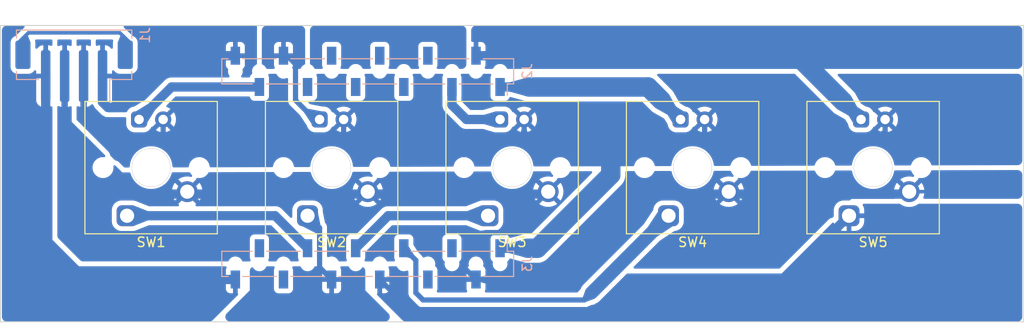
<source format=kicad_pcb>
(kicad_pcb (version 20221018) (generator pcbnew)
  (title_block (title "SAL Keyboard") (date "2023-10-07") (rev "A"))
  (layers (0 "F.Cu" signal) (31 "B.Cu" signal) (34 "B.Paste" user) (35 "F.Paste" user) (36 "B.SilkS" user "B.Silkscreen") (37 "F.SilkS" user "F.Silkscreen") (38 "B.Mask" user) (39 "F.Mask" user) (44 "Edge.Cuts" user))
  (net 0 "")
  (net 1 "VCC")
  (net 2 "GND")
  (net 3 "unconnected-(J1-MountPin-PadMP)")
  (net 4 "/RST")
  (net 6 "/F4")
  (net 7 "/F5")
  (net 8 "/F6")
  (net 9 "/F7")
  (net 10 "/B1")
  (net 11 "/B3")
  (net 12 "/B2")
  (net 13 "/B6")
  (net 14 "/LED1")
  (net 15 "/LED6")
  (net 16 "/LED5")
  (net 17 "/LED4")
  (net 23 "/LED3")
  (net 24 "/LED2")
  (footprint "Button_Switch_Keyboard:SW_Cherry_MX_1.00u_PCB_LED" (layer "F.Cu") (at 128.27 140.97 180)
    (fp_text reference "SW5" (at -2.54 -2.794) (layer "F.SilkS"))
    (fp_text value "SW_Push_LED")
    (fp_line (start -9.525 -1.905) (end 4.445 -1.905) (stroke (width 0.12)) (layer "F.SilkS"))
    (fp_line (start -9.525 12.065) (end -9.525 -1.905) (stroke (width 0.12)) (layer "F.SilkS"))
    (fp_line (start 4.445 -1.905) (end 4.445 12.065) (stroke (width 0.12)) (layer "F.SilkS"))
    (fp_line (start 4.445 12.065) (end -9.525 12.065) (stroke (width 0.12)) (layer "F.SilkS"))
    (pad "" np_thru_hole circle (at -7.62 5.08 180) (size 1.7 1.7) (drill 1.7) (layers "*.Cu" "*.Mask"))
    (pad "" np_thru_hole circle (at -2.54 5.08 180) (size 4 4) (drill 4) (layers "*.Cu" "*.Mask"))
    (pad "" np_thru_hole circle (at 2.54 5.08 180) (size 1.7 1.7) (drill 1.7) (layers "*.Cu" "*.Mask"))
    (pad "1" thru_hole roundrect (at 0 0 180) (size 2.2 2.2) (drill 1.5) (layers "*.Cu" "*.Mask") (net 7 "/F5"))
    (pad "2" thru_hole circle (at -6.35 2.54 180) (size 2.2 2.2) (drill 1.5) (layers "*.Cu" "*.Mask") (net 2 "GND"))
    (pad "3" thru_hole roundrect (at -1.27 10.16 180) (size 1.7 1.7) (drill 1) (layers "*.Cu" "*.Mask") (net 15 "/LED6"))
    (pad "4" thru_hole circle (at -3.81 10.16 180) (size 1.7 1.7) (drill 1) (layers "*.Cu" "*.Mask") (net 1 "VCC"))
  )
  (footprint "Button_Switch_Keyboard:SW_Cherry_MX_1.00u_PCB_LED" (layer "F.Cu") (at 90.17 140.97 180)
    (fp_text reference "SW3" (at -2.54 -2.794) (layer "F.SilkS"))
    (fp_text value "SW_Push_LED")
    (fp_line (start -9.525 -1.905) (end 4.445 -1.905) (stroke (width 0.12)) (layer "F.SilkS"))
    (fp_line (start -9.525 12.065) (end -9.525 -1.905) (stroke (width 0.12)) (layer "F.SilkS"))
    (fp_line (start 4.445 -1.905) (end 4.445 12.065) (stroke (width 0.12)) (layer "F.SilkS"))
    (fp_line (start 4.445 12.065) (end -9.525 12.065) (stroke (width 0.12)) (layer "F.SilkS"))
    (pad "" np_thru_hole circle (at -7.62 5.08 180) (size 1.7 1.7) (drill 1.7) (layers "*.Cu" "*.Mask"))
    (pad "" np_thru_hole circle (at -2.54 5.08 180) (size 4 4) (drill 4) (layers "*.Cu" "*.Mask"))
    (pad "" np_thru_hole circle (at 2.54 5.08 180) (size 1.7 1.7) (drill 1.7) (layers "*.Cu" "*.Mask"))
    (pad "1" thru_hole roundrect (at 0 0 180) (size 2.2 2.2) (drill 1.5) (layers "*.Cu" "*.Mask") (net 8 "/F6"))
    (pad "2" thru_hole circle (at -6.35 2.54 180) (size 2.2 2.2) (drill 1.5) (layers "*.Cu" "*.Mask") (net 2 "GND"))
    (pad "3" thru_hole roundrect (at -1.27 10.16 180) (size 1.7 1.7) (drill 1) (layers "*.Cu" "*.Mask") (net 17 "/LED4"))
    (pad "4" thru_hole circle (at -3.81 10.16 180) (size 1.7 1.7) (drill 1) (layers "*.Cu" "*.Mask") (net 1 "VCC"))
  )
  (footprint "Button_Switch_Keyboard:SW_Cherry_MX_1.00u_PCB_LED" (layer "F.Cu") (at 109.22 140.97 180)
    (fp_text reference "SW4" (at -2.54 -2.794) (layer "F.SilkS"))
    (fp_text value "SW_Push_LED")
    (fp_line (start -9.525 -1.905) (end 4.445 -1.905) (stroke (width 0.12)) (layer "F.SilkS"))
    (fp_line (start -9.525 12.065) (end -9.525 -1.905) (stroke (width 0.12)) (layer "F.SilkS"))
    (fp_line (start 4.445 -1.905) (end 4.445 12.065) (stroke (width 0.12)) (layer "F.SilkS"))
    (fp_line (start 4.445 12.065) (end -9.525 12.065) (stroke (width 0.12)) (layer "F.SilkS"))
    (pad "" np_thru_hole circle (at -7.62 5.08 180) (size 1.7 1.7) (drill 1.7) (layers "*.Cu" "*.Mask"))
    (pad "" np_thru_hole circle (at -2.54 5.08 180) (size 4 4) (drill 4) (layers "*.Cu" "*.Mask"))
    (pad "" np_thru_hole circle (at 2.54 5.08 180) (size 1.7 1.7) (drill 1.7) (layers "*.Cu" "*.Mask"))
    (pad "1" thru_hole roundrect (at 0 0 180) (size 2.2 2.2) (drill 1.5) (layers "*.Cu" "*.Mask") (net 6 "/F4"))
    (pad "2" thru_hole circle (at -6.35 2.54 180) (size 2.2 2.2) (drill 1.5) (layers "*.Cu" "*.Mask") (net 2 "GND"))
    (pad "3" thru_hole roundrect (at -1.27 10.16 180) (size 1.7 1.7) (drill 1) (layers "*.Cu" "*.Mask") (net 16 "/LED5"))
    (pad "4" thru_hole circle (at -3.81 10.16 180) (size 1.7 1.7) (drill 1) (layers "*.Cu" "*.Mask") (net 1 "VCC"))
  )
  (footprint "Button_Switch_Keyboard:SW_Cherry_MX_1.00u_PCB_LED" (layer "F.Cu") (at 71.12 140.97 180)
    (fp_text reference "SW2" (at -2.54 -2.794) (layer "F.SilkS"))
    (fp_text value "SW_Push_LED")
    (fp_line (start -9.525 -1.905) (end 4.445 -1.905) (stroke (width 0.12)) (layer "F.SilkS"))
    (fp_line (start -9.525 12.065) (end -9.525 -1.905) (stroke (width 0.12)) (layer "F.SilkS"))
    (fp_line (start 4.445 -1.905) (end 4.445 12.065) (stroke (width 0.12)) (layer "F.SilkS"))
    (fp_line (start 4.445 12.065) (end -9.525 12.065) (stroke (width 0.12)) (layer "F.SilkS"))
    (pad "" np_thru_hole circle (at -7.62 5.08 180) (size 1.7 1.7) (drill 1.7) (layers "*.Cu" "*.Mask"))
    (pad "" np_thru_hole circle (at -2.54 5.08 180) (size 4 4) (drill 4) (layers "*.Cu" "*.Mask"))
    (pad "" np_thru_hole circle (at 2.54 5.08 180) (size 1.7 1.7) (drill 1.7) (layers "*.Cu" "*.Mask"))
    (pad "1" thru_hole roundrect (at 0 0 180) (size 2.2 2.2) (drill 1.5) (layers "*.Cu" "*.Mask") (net 9 "/F7"))
    (pad "2" thru_hole circle (at -6.35 2.54 180) (size 2.2 2.2) (drill 1.5) (layers "*.Cu" "*.Mask") (net 2 "GND"))
    (pad "3" thru_hole roundrect (at -1.27 10.16 180) (size 1.7 1.7) (drill 1) (layers "*.Cu" "*.Mask") (net 23 "/LED3"))
    (pad "4" thru_hole circle (at -3.81 10.16 180) (size 1.7 1.7) (drill 1) (layers "*.Cu" "*.Mask") (net 1 "VCC"))
  )
  (footprint "Button_Switch_Keyboard:SW_Cherry_MX_1.00u_PCB_LED" (layer "F.Cu") (at 52.07 140.97 180)
    (fp_text reference "SW1" (at -2.54 -2.794) (layer "F.SilkS"))
    (fp_text value "SW_Push_LED")
    (fp_line (start -9.525 -1.905) (end 4.445 -1.905) (stroke (width 0.12)) (layer "F.SilkS"))
    (fp_line (start -9.525 12.065) (end -9.525 -1.905) (stroke (width 0.12)) (layer "F.SilkS"))
    (fp_line (start 4.445 -1.905) (end 4.445 12.065) (stroke (width 0.12)) (layer "F.SilkS"))
    (fp_line (start 4.445 12.065) (end -9.525 12.065) (stroke (width 0.12)) (layer "F.SilkS"))
    (pad "" np_thru_hole circle (at -7.62 5.08 180) (size 1.7 1.7) (drill 1.7) (layers "*.Cu" "*.Mask"))
    (pad "" np_thru_hole circle (at -2.54 5.08 180) (size 4 4) (drill 4) (layers "*.Cu" "*.Mask"))
    (pad "" np_thru_hole circle (at 2.54 5.08 180) (size 1.7 1.7) (drill 1.7) (layers "*.Cu" "*.Mask"))
    (pad "1" thru_hole roundrect (at 0 0 180) (size 2.2 2.2) (drill 1.5) (layers "*.Cu" "*.Mask") (net 10 "/B1"))
    (pad "2" thru_hole circle (at -6.35 2.54 180) (size 2.2 2.2) (drill 1.5) (layers "*.Cu" "*.Mask") (net 2 "GND"))
    (pad "3" thru_hole roundrect (at -1.27 10.16 180) (size 1.7 1.7) (drill 1) (layers "*.Cu" "*.Mask") (net 24 "/LED2"))
    (pad "4" thru_hole circle (at -3.81 10.16 180) (size 1.7 1.7) (drill 1) (layers "*.Cu" "*.Mask") (net 1 "VCC"))
  )
  (footprint "Connector_JST:JST_PH_B4B-PH-SM4-TB_1x04-1MP_P2.00mm_Vertical" (layer "B.Cu") (at 46.482 125.73 180)
    (fp_text reference "J1" (at -7.493 3.81 90) (layer "B.SilkS") (effects (justify mirror)))
    (fp_text value "Conn_01x04_Pin")
    (fp_line (start -6.085 -0.86) (end -3.76 -0.86) (stroke (width 0.12)) (layer "B.SilkS"))
    (fp_line (start -6.085 -0.01) (end -6.085 -0.86) (stroke (width 0.12)) (layer "B.SilkS"))
    (fp_line (start -6.085 3.51) (end -6.085 4.36) (stroke (width 0.12)) (layer "B.SilkS"))
    (fp_line (start -6.085 4.36) (end 6.085 4.36) (stroke (width 0.12)) (layer "B.SilkS"))
    (fp_line (start -3.76 -0.86) (end -3.76 -3.25) (stroke (width 0.12)) (layer "B.SilkS"))
    (fp_line (start 6.085 -0.86) (end 3.76 -0.86) (stroke (width 0.12)) (layer "B.SilkS"))
    (fp_line (start 6.085 -0.01) (end 6.085 -0.86) (stroke (width 0.12)) (layer "B.SilkS"))
    (fp_line (start 6.085 4.36) (end 6.085 3.51) (stroke (width 0.12)) (layer "B.SilkS"))
    (pad "1" smd roundrect (at -3 -0.5 180) (size 1 5.5) (layers "B.Cu" "B.Paste" "B.Mask") (net 14 "/LED1"))
    (pad "2" smd roundrect (at -1 -0.5 180) (size 1 5.5) (layers "B.Cu" "B.Paste" "B.Mask") (net 1 "VCC"))
    (pad "3" smd roundrect (at 1 -0.5 180) (size 1 5.5) (layers "B.Cu" "B.Paste" "B.Mask") (net 2 "GND"))
    (pad "4" smd roundrect (at 3 -0.5 180) (size 1 5.5) (layers "B.Cu" "B.Paste" "B.Mask") (net 13 "/B6"))
    (pad "MP" smd roundrect (at -5.4 1.75 180) (size 1.6 3) (layers "B.Cu" "B.Paste" "B.Mask") (roundrect_rratio 0.15625) (net 3 "unconnected-(J1-MountPin-PadMP)"))
    (pad "MP" smd roundrect (at 5.4 1.75 180) (size 1.6 3) (layers "B.Cu" "B.Paste" "B.Mask") (roundrect_rratio 0.15625) (net 3 "unconnected-(J1-MountPin-PadMP)"))
  )
  (footprint "Connector_PinSocket_2.54mm:PinSocket_1x12_P2.54mm_Vertical_SMD_Pin1Right" (layer "B.Cu") (at 77.47 146.05 90)
    (fp_text reference "J3" (at 0 16.84 90) (layer "B.SilkS") (effects (justify mirror)))
    (fp_text value "Conn_01x12_Socket")
    (fp_line (start -1.33 -15.4) (end 1.33 -15.4) (stroke (width 0.12)) (layer "B.SilkS"))
    (fp_line (start -1.33 -14.73) (end -1.33 -15.4) (stroke (width 0.12)) (layer "B.SilkS"))
    (fp_line (start -1.33 -9.65) (end -1.33 -13.21) (stroke (width 0.12)) (layer "B.SilkS"))
    (fp_line (start -1.33 -4.57) (end -1.33 -8.13) (stroke (width 0.12)) (layer "B.SilkS"))
    (fp_line (start -1.33 0.51) (end -1.33 -3.05) (stroke (width 0.12)) (layer "B.SilkS"))
    (fp_line (start -1.33 5.59) (end -1.33 2.03) (stroke (width 0.12)) (layer "B.SilkS"))
    (fp_line (start -1.33 10.67) (end -1.33 7.11) (stroke (width 0.12)) (layer "B.SilkS"))
    (fp_line (start -1.33 15.4) (end -1.33 12.19) (stroke (width 0.12)) (layer "B.SilkS"))
    (fp_line (start -1.33 15.4) (end 1.33 15.4) (stroke (width 0.12)) (layer "B.SilkS"))
    (fp_line (start 1.33 -12.19) (end 1.33 -15.4) (stroke (width 0.12)) (layer "B.SilkS"))
    (fp_line (start 1.33 -7.11) (end 1.33 -10.67) (stroke (width 0.12)) (layer "B.SilkS"))
    (fp_line (start 1.33 -2.03) (end 1.33 -5.59) (stroke (width 0.12)) (layer "B.SilkS"))
    (fp_line (start 1.33 3.05) (end 1.33 -0.51) (stroke (width 0.12)) (layer "B.SilkS"))
    (fp_line (start 1.33 8.13) (end 1.33 4.57) (stroke (width 0.12)) (layer "B.SilkS"))
    (fp_line (start 1.33 13.21) (end 1.33 9.65) (stroke (width 0.12)) (layer "B.SilkS"))
    (fp_line (start 1.33 14.73) (end 2.54 14.73) (stroke (width 0.12)) (layer "B.SilkS"))
    (fp_line (start 1.33 15.4) (end 1.33 14.73) (stroke (width 0.12)) (layer "B.SilkS"))
    (pad "" np_thru_hole circle (at 0 -13.97 90) (size 1 1) (drill 1.05) (layers "F&B.Cu" "*.Mask"))
    (pad "" np_thru_hole circle (at 0 -11.43 90) (size 1 1) (drill 1.05) (layers "F&B.Cu" "*.Mask"))
    (pad "" np_thru_hole circle (at 0 -8.89 90) (size 1 1) (drill 1.05) (layers "F&B.Cu" "*.Mask"))
    (pad "" np_thru_hole circle (at 0 -6.35 90) (size 1 1) (drill 1.05) (layers "F&B.Cu" "*.Mask"))
    (pad "" np_thru_hole circle (at 0 -3.81 90) (size 1 1) (drill 1.05) (layers "F&B.Cu" "*.Mask"))
    (pad "" np_thru_hole circle (at 0 -1.27 90) (size 1 1) (drill 1.05) (layers "F&B.Cu" "*.Mask"))
    (pad "" np_thru_hole circle (at 0 1.27 90) (size 1 1) (drill 1.05) (layers "F&B.Cu" "*.Mask"))
    (pad "" np_thru_hole circle (at 0 3.81 90) (size 1 1) (drill 1.05) (layers "F&B.Cu" "*.Mask"))
    (pad "" np_thru_hole circle (at 0 6.35 90) (size 1 1) (drill 1.05) (layers "F&B.Cu" "*.Mask"))
    (pad "" np_thru_hole circle (at 0 8.89 90) (size 1 1) (drill 1.05) (layers "F&B.Cu" "*.Mask"))
    (pad "" np_thru_hole circle (at 0 11.43 90) (size 1 1) (drill 1.05) (layers "F&B.Cu" "*.Mask"))
    (pad "" np_thru_hole circle (at 0 13.97 90) (size 1 1) (drill 1.05) (layers "F&B.Cu" "*.Mask"))
    (pad "1" smd rect (at 1.65 13.97 90) (size 1.9 1) (layers "B.Cu" "B.Paste" "B.Mask") (net 1 "VCC"))
    (pad "2" smd rect (at -1.65 11.43 90) (size 1.9 1) (layers "B.Cu" "B.Paste" "B.Mask") (net 2 "GND"))
    (pad "3" smd rect (at 1.65 8.89 90) (size 1.9 1) (layers "B.Cu" "B.Paste" "B.Mask") (net 4 "/RST"))
    (pad "4" smd rect (at -1.65 6.35 90) (size 1.9 1) (layers "B.Cu" "B.Paste" "B.Mask"))
    (pad "5" smd rect (at 1.65 3.81 90) (size 1.9 1) (layers "B.Cu" "B.Paste" "B.Mask") (net 6 "/F4"))
    (pad "6" smd rect (at -1.65 1.27 90) (size 1.9 1) (layers "B.Cu" "B.Paste" "B.Mask") (net 7 "/F5"))
    (pad "7" smd rect (at 1.65 -1.27 90) (size 1.9 1) (layers "B.Cu" "B.Paste" "B.Mask") (net 8 "/F6"))
    (pad "8" smd rect (at -1.65 -3.81 90) (size 1.9 1) (layers "B.Cu" "B.Paste" "B.Mask") (net 9 "/F7"))
    (pad "9" smd rect (at 1.65 -6.35 90) (size 1.9 1) (layers "B.Cu" "B.Paste" "B.Mask") (net 10 "/B1"))
    (pad "10" smd rect (at -1.65 -8.89 90) (size 1.9 1) (layers "B.Cu" "B.Paste" "B.Mask") (net 11 "/B3"))
    (pad "11" smd rect (at 1.65 -11.43 90) (size 1.9 1) (layers "B.Cu" "B.Paste" "B.Mask") (net 12 "/B2"))
    (pad "12" smd rect (at -1.65 -13.97 90) (size 1.9 1) (layers "B.Cu" "B.Paste" "B.Mask") (net 13 "/B6"))
  )
  (footprint "Connector_PinSocket_2.54mm:PinSocket_1x12_P2.54mm_Vertical_SMD_Pin1Left" (layer "B.Cu") (at 77.47 125.73 90)
    (fp_text reference "J2" (at 0 16.84 270) (layer "B.SilkS") (effects (justify mirror)))
    (fp_text value "Conn_01x12_Socket")
    (fp_line (start -2.54 14.73) (end -1.33 14.73) (stroke (width 0.12)) (layer "B.SilkS"))
    (fp_line (start -1.33 -15.4) (end 1.33 -15.4) (stroke (width 0.12)) (layer "B.SilkS"))
    (fp_line (start -1.33 -12.19) (end -1.33 -15.4) (stroke (width 0.12)) (layer "B.SilkS"))
    (fp_line (start -1.33 -7.11) (end -1.33 -10.67) (stroke (width 0.12)) (layer "B.SilkS"))
    (fp_line (start -1.33 -2.03) (end -1.33 -5.59) (stroke (width 0.12)) (layer "B.SilkS"))
    (fp_line (start -1.33 3.05) (end -1.33 -0.51) (stroke (width 0.12)) (layer "B.SilkS"))
    (fp_line (start -1.33 8.13) (end -1.33 4.57) (stroke (width 0.12)) (layer "B.SilkS"))
    (fp_line (start -1.33 13.21) (end -1.33 9.65) (stroke (width 0.12)) (layer "B.SilkS"))
    (fp_line (start -1.33 15.4) (end -1.33 14.73) (stroke (width 0.12)) (layer "B.SilkS"))
    (fp_line (start -1.33 15.4) (end 1.33 15.4) (stroke (width 0.12)) (layer "B.SilkS"))
    (fp_line (start 1.33 -14.73) (end 1.33 -15.4) (stroke (width 0.12)) (layer "B.SilkS"))
    (fp_line (start 1.33 -9.65) (end 1.33 -13.21) (stroke (width 0.12)) (layer "B.SilkS"))
    (fp_line (start 1.33 -4.57) (end 1.33 -8.13) (stroke (width 0.12)) (layer "B.SilkS"))
    (fp_line (start 1.33 0.51) (end 1.33 -3.05) (stroke (width 0.12)) (layer "B.SilkS"))
    (fp_line (start 1.33 5.59) (end 1.33 2.03) (stroke (width 0.12)) (layer "B.SilkS"))
    (fp_line (start 1.33 10.67) (end 1.33 7.11) (stroke (width 0.12)) (layer "B.SilkS"))
    (fp_line (start 1.33 15.4) (end 1.33 12.19) (stroke (width 0.12)) (layer "B.SilkS"))
    (pad "" np_thru_hole circle (at 0 -13.97 90) (size 1 1) (drill 1.05) (layers "F&B.Cu" "*.Mask"))
    (pad "" np_thru_hole circle (at 0 -11.43 90) (size 1 1) (drill 1.05) (layers "F&B.Cu" "*.Mask"))
    (pad "" np_thru_hole circle (at 0 -8.89 90) (size 1 1) (drill 1.05) (layers "F&B.Cu" "*.Mask"))
    (pad "" np_thru_hole circle (at 0 -6.35 90) (size 1 1) (drill 1.05) (layers "F&B.Cu" "*.Mask"))
    (pad "" np_thru_hole circle (at 0 -3.81 90) (size 1 1) (drill 1.05) (layers "F&B.Cu" "*.Mask"))
    (pad "" np_thru_hole circle (at 0 -1.27 90) (size 1 1) (drill 1.05) (layers "F&B.Cu" "*.Mask"))
    (pad "" np_thru_hole circle (at 0 1.27 90) (size 1 1) (drill 1.05) (layers "F&B.Cu" "*.Mask"))
    (pad "" np_thru_hole circle (at 0 3.81 90) (size 1 1) (drill 1.05) (layers "F&B.Cu" "*.Mask"))
    (pad "" np_thru_hole circle (at 0 6.35 90) (size 1 1) (drill 1.05) (layers "F&B.Cu" "*.Mask"))
    (pad "" np_thru_hole circle (at 0 8.89 90) (size 1 1) (drill 1.05) (layers "F&B.Cu" "*.Mask"))
    (pad "" np_thru_hole circle (at 0 11.43 90) (size 1 1) (drill 1.05) (layers "F&B.Cu" "*.Mask"))
    (pad "" np_thru_hole circle (at 0 13.97 90) (size 1 1) (drill 1.05) (layers "F&B.Cu" "*.Mask"))
    (pad "1" smd rect (at -1.65 13.97 90) (size 1.9 1) (layers "B.Cu" "B.Paste" "B.Mask") (net 16 "/LED5"))
    (pad "2" smd rect (at 1.65 11.43 90) (size 1.9 1) (layers "B.Cu" "B.Paste" "B.Mask") (net 15 "/LED6"))
    (pad "3" smd rect (at -1.65 8.89 90) (size 1.9 1) (layers "B.Cu" "B.Paste" "B.Mask") (net 17 "/LED4"))
    (pad "4" smd rect (at 1.65 6.35 90) (size 1.9 1) (layers "B.Cu" "B.Paste" "B.Mask"))
    (pad "5" smd rect (at -1.65 3.81 90) (size 1.9 1) (layers "B.Cu" "B.Paste" "B.Mask"))
    (pad "6" smd rect (at 1.65 1.27 90) (size 1.9 1) (layers "B.Cu" "B.Paste" "B.Mask"))
    (pad "7" smd rect (at -1.65 -1.27 90) (size 1.9 1) (layers "B.Cu" "B.Paste" "B.Mask"))
    (pad "8" smd rect (at 1.65 -3.81 90) (size 1.9 1) (layers "B.Cu" "B.Paste" "B.Mask"))
    (pad "9" smd rect (at -1.65 -6.35 90) (size 1.9 1) (layers "B.Cu" "B.Paste" "B.Mask"))
    (pad "10" smd rect (at 1.65 -8.89 90) (size 1.9 1) (layers "B.Cu" "B.Paste" "B.Mask") (net 23 "/LED3"))
    (pad "11" smd rect (at -1.65 -11.43 90) (size 1.9 1) (layers "B.Cu" "B.Paste" "B.Mask") (net 24 "/LED2"))
    (pad "12" smd rect (at 1.65 -13.97 90) (size 1.9 1) (layers "B.Cu" "B.Paste" "B.Mask") (net 14 "/LED1"))
  )
  (gr_circle (center 54.61 135.89) (end 56.61 135.89) (stroke (width 0.1)) (fill none) (layer "Edge.Cuts"))
  (gr_circle (center 130.81 135.89) (end 132.81 135.89) (stroke (width 0.1)) (fill none) (layer "Edge.Cuts"))
  (gr_circle (center 92.71 135.89) (end 94.71 135.89) (stroke (width 0.1)) (fill none) (layer "Edge.Cuts"))
  (gr_rect (start 38.71 120.89) (end 146.71 152.16) (stroke (width 0.1)) (fill none) (layer "Edge.Cuts"))
  (gr_circle (center 73.66 135.89) (end 75.66 135.89) (stroke (width 0.1)) (fill none) (layer "Edge.Cuts"))
  (gr_circle (center 111.76 135.89) (end 113.76 135.89) (stroke (width 0.1)) (fill none) (layer "Edge.Cuts"))
  (segment (start 102.108 132.842) (end 103.124 132.842) (width 0.45) (layer "B.Cu") (net 1))
  (segment (start 113.03 132.842) (end 113.03 130.81) (width 0.55) (layer "B.Cu") (net 1))
  (segment (start 55.88 132.842) (end 55.88 130.81) (width 0.55) (layer "B.Cu") (net 1))
  (segment (start 50.038 132.842) (end 93.980002 132.842) (width 0.98) (layer "B.Cu") (net 1))
  (segment (start 94.36 144.4) (end 95.376 144.4) (width 2.05) (layer "B.Cu") (net 1))
  (segment (start 130.048 132.842) (end 131.318 132.842) (width 0.98) (layer "B.Cu") (net 1))
  (segment (start 132.08 132.08) (end 132.08 130.81) (width 0.55) (layer "B.Cu") (net 1))
  (segment (start 103.124 136.652) (end 103.124 133.604) (width 2.05) (layer "B.Cu") (net 1))
  (segment (start 91.44 144.4) (end 94.36 144.4) (width 0.98) (layer "B.Cu") (net 1))
  (segment (start 131.318 132.842) (end 132.08 132.08) (width 0.55) (layer "B.Cu") (net 1))
  (segment (start 50.038 132.842) (end 47.53 130.334) (width 0.98) (layer "B.Cu") (net 1))
  (segment (start 109.888 132.842) (end 113.03 132.842) (width 0.68) (layer "B.Cu") (net 1))
  (segment (start 93.98 132.841998) (end 93.980002 132.842) (width 0.3) (layer "B.Cu") (net 1))
  (segment (start 109.888 132.842) (end 102.108 132.842) (width 0.98) (layer "B.Cu") (net 1))
  (segment (start 109.888 132.842) (end 130.048 132.842) (width 0.98) (layer "B.Cu") (net 1))
  (segment (start 102.108 132.842) (end 93.980002 132.842) (width 0.98) (layer "B.Cu") (net 1))
  (segment (start 74.93 132.842) (end 74.93 130.81) (width 0.55) (layer "B.Cu") (net 1))
  (segment (start 47.53 130.334) (end 47.482 130.286) (width 0.68) (layer "B.Cu") (net 1))
  (segment (start 103.124 132.842) (end 103.124 133.604) (width 0.45) (layer "B.Cu") (net 1))
  (segment (start 95.376 144.4) (end 103.124 136.652) (width 2.05) (layer "B.Cu") (net 1))
  (segment (start 93.98 130.81) (end 93.98 132.841998) (width 0.55) (layer "B.Cu") (net 1))
  (segment (start 47.482 130.286) (end 47.482 126.23) (width 0.68) (layer "B.Cu") (net 1))
  (segment (start 115.57 138.43) (end 115.824 138.684) (width 0.25) (layer "B.Cu") (net 2))
  (segment (start 77.47 138.43) (end 77.724 138.684) (width 0.68) (layer "B.Cu") (net 2))
  (segment (start 77.216 138.684) (end 58.674 138.684) (width 0.98) (layer "B.Cu") (net 2))
  (segment (start 134.62 138.43) (end 139.446 138.43) (width 0.38) (layer "B.Cu") (net 2))
  (segment (start 115.57 138.43) (end 115.316 138.684) (width 0.3) (layer "B.Cu") (net 2))
  (segment (start 92.202 142.494) (end 93.218 141.478) (width 0.98) (layer "B.Cu") (net 2))
  (segment (start 58.166 138.684) (end 50.591588 138.684) (width 0.98) (layer "B.Cu") (net 2))
  (segment (start 88.9 147.7) (end 90.17 147.7) (width 0.45) (layer "B.Cu") (net 2))
  (segment (start 134.62 138.43) (end 134.366 138.684) (width 0.38) (layer "B.Cu") (net 2))
  (segment (start 115.824 138.684) (end 134.366 138.684) (width 0.98) (layer "B.Cu") (net 2))
  (segment (start 88.9 147.7) (end 87.63 146.43) (width 0.55) (layer "B.Cu") (net 2))
  (segment (start 49.53 138.684) (end 45.53 134.684) (width 0.98) (layer "B.Cu") (net 2))
  (segment (start 50.591588 138.684) (end 49.53 138.684) (width 0.98) (layer "B.Cu") (net 2))
  (segment (start 58.42 138.43) (end 58.166 138.684) (width 0.25) (layer "B.Cu") (net 2))
  (segment (start 58.674 138.684) (end 58.42 138.43) (width 0.25) (layer "B.Cu") (net 2))
  (segment (start 89.662 143.002) (end 89.916 142.748) (width 0.55) (layer "B.Cu") (net 2))
  (segment (start 105.79 138.684) (end 96.774 147.7) (width 2.05) (layer "B.Cu") (net 2))
  (segment (start 96.266 138.684) (end 93.218 138.684) (width 0.98) (layer "B.Cu") (net 2))
  (segment (start 90.17 147.7) (end 96.774 147.7) (width 0.98) (layer "B.Cu") (net 2))
  (segment (start 77.47 138.43) (end 77.216 138.684) (width 0.25) (layer "B.Cu") (net 2))
  (segment (start 93.218 141.478) (end 93.218 138.684) (width 0.98) (layer "B.Cu") (net 2))
  (segment (start 96.52 138.43) (end 96.266 138.684) (width 0.68) (layer "B.Cu") (net 2))
  (segment (start 87.884 144.78) (end 89.662 143.002) (width 0.98) (layer "B.Cu") (net 2))
  (segment (start 45.482 134.636) (end 45.482 126.23) (width 0.68) (layer "B.Cu") (net 2))
  (segment (start 77.724 138.684) (end 93.218 138.684) (width 0.98) (layer "B.Cu") (net 2))
  (segment (start 45.53 134.684) (end 45.482 134.636) (width 0.68) (layer "B.Cu") (net 2))
  (segment (start 87.63 145.034) (end 87.884 144.78) (width 0.55) (layer "B.Cu") (net 2))
  (segment (start 91.948 142.748) (end 92.202 142.494) (width 0.55) (layer "B.Cu") (net 2))
  (segment (start 115.316 138.684) (end 105.79 138.684) (width 0.98) (layer "B.Cu") (net 2))
  (segment (start 89.916 142.748) (end 91.948 142.748) (width 0.55) (layer "B.Cu") (net 2))
  (segment (start 87.63 146.43) (end 87.63 145.034) (width 0.55) (layer "B.Cu") (net 2))
  (segment (start 51.308 121.666) (end 51.93 122.288) (width 0.38) (layer "B.Cu") (net 3))
  (segment (start 51.93 122.288) (end 51.93 123.98) (width 0.38) (layer "B.Cu") (net 3))
  (segment (start 41.656 121.666) (end 51.308 121.666) (width 0.38) (layer "B.Cu") (net 3))
  (segment (start 41.082 122.24) (end 41.656 121.666) (width 0.38) (layer "B.Cu") (net 3))
  (segment (start 41.082 123.98) (end 41.082 122.24) (width 0.38) (layer "B.Cu") (net 3))
  (segment (start 83.312 149.86) (end 100.33 149.86) (width 0.55) (layer "B.Cu") (net 6))
  (segment (start 82.55 149.098) (end 83.312 149.86) (width 0.55) (layer "B.Cu") (net 6))
  (segment (start 81.28 144.4) (end 82.55 145.67) (width 0.55) (layer "B.Cu") (net 6))
  (segment (start 109.22 140.97) (end 101.092 149.098) (width 1.4) (layer "B.Cu") (net 6))
  (segment (start 100.33 149.86) (end 101.092 149.098) (width 0.55) (layer "B.Cu") (net 6))
  (segment (start 82.55 145.67) (end 82.55 149.098) (width 0.55) (layer "B.Cu") (net 6))
  (segment (start 118.364 150.876) (end 128.27 140.97) (width 0.98) (layer "B.Cu") (net 7))
  (segment (start 81.916 150.876) (end 118.364 150.876) (width 0.55) (layer "B.Cu") (net 7))
  (segment (start 78.74 147.7) (end 81.916 150.876) (width 0.55) (layer "B.Cu") (net 7))
  (segment (start 79.63 140.97) (end 90.17 140.97) (width 0.98) (layer "B.Cu") (net 8))
  (segment (start 76.2 144.4) (end 79.63 140.97) (width 0.98) (layer "B.Cu") (net 8))
  (segment (start 73.66 147.7) (end 72.39 146.43) (width 0.55) (layer "B.Cu") (net 9))
  (segment (start 72.39 146.43) (end 72.39 142.24) (width 0.55) (layer "B.Cu") (net 9))
  (segment (start 72.39 142.24) (end 71.12 140.97) (width 0.55) (layer "B.Cu") (net 9))
  (segment (start 71.12 144.4) (end 67.69 140.97) (width 0.98) (layer "B.Cu") (net 10))
  (segment (start 67.69 140.97) (end 52.07 140.97) (width 0.98) (layer "B.Cu") (net 10))
  (segment (start 63.5 147.7) (end 47.624 147.7) (width 0.98) (layer "B.Cu") (net 13))
  (segment (start 47.624 147.7) (end 43.482 143.558) (width 0.98) (layer "B.Cu") (net 13))
  (segment (start 43.482 143.558) (end 43.482 126.278) (width 0.98) (layer "B.Cu") (net 13))
  (segment (start 43.482 126.23) (end 43.482 126.278) (width 0.98) (layer "B.Cu") (net 13))
  (segment (start 51.054 129.54) (end 56.514 124.08) (width 0.98) (layer "B.Cu") (net 14))
  (segment (start 56.514 124.08) (end 63.5 124.08) (width 0.98) (layer "B.Cu") (net 14))
  (segment (start 49.482 128.984) (end 50.038 129.54) (width 0.98) (layer "B.Cu") (net 14))
  (segment (start 49.482 126.23) (end 49.482 128.984) (width 0.98) (layer "B.Cu") (net 14))
  (segment (start 50.038 129.54) (end 51.054 129.54) (width 0.98) (layer "B.Cu") (net 14))
  (segment (start 122.81 124.08) (end 127.635 128.905) (width 2.05) (layer "B.Cu") (net 15))
  (segment (start 127.635 128.905) (end 129.54 130.81) (width 0.98) (layer "B.Cu") (net 15))
  (segment (start 92.964 124.08) (end 122.81 124.08) (width 2.05) (layer "B.Cu") (net 15))
  (segment (start 88.9 124.08) (end 92.964 124.08) (width 0.98) (layer "B.Cu") (net 15))
  (segment (start 108.458 128.778) (end 110.49 130.81) (width 0.98) (layer "B.Cu") (net 16))
  (segment (start 108.458 128.778) (end 107.06 127.38) (width 2.05) (layer "B.Cu") (net 16))
  (segment (start 107.06 127.38) (end 94.488 127.38) (width 2.05) (layer "B.Cu") (net 16))
  (segment (start 91.44 127.38) (end 94.488 127.38) (width 0.98) (layer "B.Cu") (net 16))
  (segment (start 86.36 129.286) (end 87.884 130.81) (width 0.98) (layer "B.Cu") (net 17))
  (segment (start 86.36 127.38) (end 86.36 129.286) (width 0.98) (layer "B.Cu") (net 17))
  (segment (start 87.884 130.81) (end 91.44 130.81) (width 0.98) (layer "B.Cu") (net 17))
  (segment (start 68.962 124.08) (end 69.85 124.968) (width 0.55) (layer "B.Cu") (net 23))
  (segment (start 68.58 124.08) (end 68.962 124.08) (width 0.45) (layer "B.Cu") (net 23))
  (segment (start 69.85 128.778) (end 71.882 130.81) (width 0.55) (layer "B.Cu") (net 23))
  (segment (start 69.85 124.968) (end 69.85 128.778) (width 0.55) (layer "B.Cu") (net 23))
  (segment (start 71.882 130.81) (end 72.39 130.81) (width 0.45) (layer "B.Cu") (net 23))
  (segment (start 53.34 130.81) (end 56.77 127.38) (width 0.98) (layer "B.Cu") (net 24))
  (segment (start 56.77 127.38) (end 66.04 127.38) (width 0.98) (layer "B.Cu") (net 24))
  (zone (net 9) (net_name "/F7") (layer "B.Cu") (priority 5) (connect_pads (clearance 0.508)) (min_thickness 0.25) (fill yes (thermal_gap 0.5) (thermal_bridge_width 0.5) (smoothing fillet) (radius 0.508))
    (polygon (pts (xy 65.024 146.304) (xy 65.024 148.844) (xy 61.722 152.146) (xy 80.518 152.146) (xy 77.216 148.844) (xy 77.216 146.304)))
  )
  (zone (net 0) (net_name "") (layer "B.Cu") (priority 8) (connect_pads (clearance 0.508)) (min_thickness 0.25) (fill yes (thermal_gap 0.5) (thermal_bridge_width 0.5) (smoothing fillet) (radius 0.508) (island_removal_mode 1) (island_area_min 10))
    (polygon (pts (xy 71.374 120.904) (xy 87.884 120.904) (xy 87.884 125.476) (xy 71.374 125.476)))
  )
  (zone (net 14) (net_name "/LED1") (layer "B.Cu") (priority 3) (connect_pads (clearance 0.508)) (min_thickness 0.25) (fill yes (thermal_gap 0.5) (thermal_bridge_width 0.5))
    (polygon (pts (xy 48.768 120.904) (xy 48.768 129.032) (xy 50.038 130.048) (xy 53.086 130.048) (xy 56.642 126.492) (xy 65.786 126.492) (xy 65.786 120.904)))
  )
  (zone (net 7) (net_name "/F5") (layer "B.Cu") (priority 2) (connect_pads (clearance 0.508)) (min_thickness 0.25) (fill yes (thermal_gap 0.5) (thermal_bridge_width 0.5) (smoothing fillet) (radius 0.508))
    (polygon (pts (xy 146.558 139.7) (xy 128.524 139.7) (xy 121.158 147.066) (xy 104.648 147.066) (xy 101.346 150.368) (xy 83.058 150.368) (xy 81.788 149.098) (xy 81.788 146.304) (xy 77.724 146.304) (xy 77.724 147.828) (xy 77.724 148.59) (xy 81.28 152.146) (xy 146.558 152.146)))
  )
  (zone (net 23) (net_name "/LED3") (layer "B.Cu") (priority 6) (connect_pads (clearance 0.508)) (min_thickness 0.25) (fill yes (thermal_gap 0.5) (thermal_bridge_width 0.5) (smoothing fillet) (radius 0.508))
    (polygon (pts (xy 66.294 125.476) (xy 66.294 120.904) (xy 70.866 120.904) (xy 70.866 125.476)))
  )
  (zone (net 2) (net_name "GND") (layer "B.Cu") (priority 1) (connect_pads (clearance 0.508)) (min_thickness 0.25) (fill yes (thermal_gap 0.5) (thermal_bridge_width 0.5) (smoothing fillet) (radius 0.508))
    (polygon (pts (xy 46.228 120.904) (xy 44.704 120.904) (xy 44.704 143.256) (xy 47.244 145.796) (xy 84.074 145.796) (xy 84.074 149.352) (xy 99.314 149.352) (xy 102.108 146.558) (xy 121.158 146.558) (xy 128.524 139.192) (xy 146.558 139.192) (xy 146.558 136.144) (xy 51.562 136.398) (xy 46.228 131.064)))
  )
  (zone (net 15) (net_name "/LED6") (layer "B.Cu") (priority 7) (connect_pads (clearance 0.508)) (min_thickness 0.25) (fill yes (thermal_gap 0.5) (thermal_bridge_width 0.5) (smoothing fillet) (radius 0.508))
    (polygon (pts (xy 88.392 120.904) (xy 146.558 120.904) (xy 146.558 125.476) (xy 88.392 125.476)))
  )
  (zone (net 13) (net_name "/B6") (layer "B.Cu") (priority 4) (connect_pads (clearance 0.508)) (min_thickness 0.25) (fill yes (thermal_gap 0.5) (thermal_bridge_width 0.5) (smoothing fillet) (radius 0.508))
    (polygon (pts (xy 64.516 148.59) (xy 64.516 146.304) (xy 46.99 146.304) (xy 44.196 143.51) (xy 44.196 120.904) (xy 38.862 120.904) (xy 38.862 152.146) (xy 60.96 152.146)))
  )
  (zone (net 1) (net_name "VCC") (layer "B.Cu") (connect_pads (clearance 0.508)) (min_thickness 0.25) (fill yes (thermal_gap 0.5) (thermal_bridge_width 0.5) (smoothing fillet) (radius 0.508))
    (polygon (pts (xy 146.558 135.636) (xy 146.558 125.984) (xy 66.294 125.984) (xy 66.294 127) (xy 56.896 127) (xy 53.34 130.556) (xy 49.784 130.556) (xy 48.26 129.032) (xy 48.26 120.904) (xy 46.736 120.904) (xy 46.736 131.064) (xy 51.562 135.89)))
  )
)
</source>
